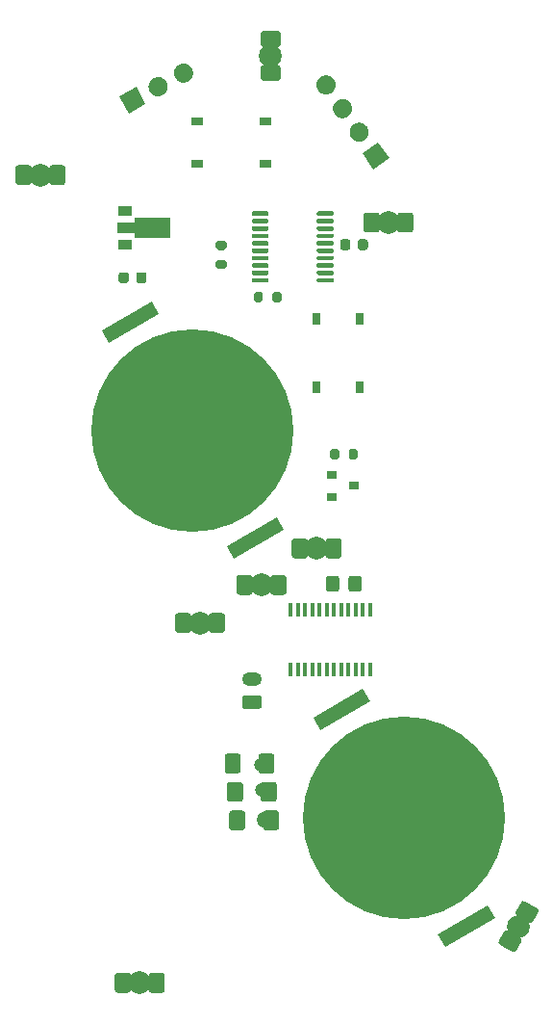
<source format=gbr>
G04 #@! TF.GenerationSoftware,KiCad,Pcbnew,5.1.7*
G04 #@! TF.CreationDate,2020-12-05T21:44:05-08:00*
G04 #@! TF.ProjectId,xmascard2020,786d6173-6361-4726-9432-3032302e6b69,rev?*
G04 #@! TF.SameCoordinates,Original*
G04 #@! TF.FileFunction,Soldermask,Bot*
G04 #@! TF.FilePolarity,Negative*
%FSLAX46Y46*%
G04 Gerber Fmt 4.6, Leading zero omitted, Abs format (unit mm)*
G04 Created by KiCad (PCBNEW 5.1.7) date 2020-12-05 21:44:05*
%MOMM*%
%LPD*%
G01*
G04 APERTURE LIST*
%ADD10C,1.200000*%
%ADD11C,1.500000*%
%ADD12C,2.000000*%
%ADD13C,0.100000*%
%ADD14C,17.800000*%
%ADD15O,1.750000X1.200000*%
%ADD16R,0.900000X0.800000*%
%ADD17R,0.750000X1.000000*%
%ADD18R,1.000000X0.750000*%
%ADD19R,1.300000X0.900000*%
%ADD20R,0.400000X1.200000*%
G04 APERTURE END LIST*
G36*
G01*
X117425000Y-80450000D02*
X117425000Y-80950000D01*
G75*
G02*
X117200000Y-81175000I-225000J0D01*
G01*
X116750000Y-81175000D01*
G75*
G02*
X116525000Y-80950000I0J225000D01*
G01*
X116525000Y-80450000D01*
G75*
G02*
X116750000Y-80225000I225000J0D01*
G01*
X117200000Y-80225000D01*
G75*
G02*
X117425000Y-80450000I0J-225000D01*
G01*
G37*
G36*
G01*
X115875000Y-80450000D02*
X115875000Y-80950000D01*
G75*
G02*
X115650000Y-81175000I-225000J0D01*
G01*
X115200000Y-81175000D01*
G75*
G02*
X114975000Y-80950000I0J225000D01*
G01*
X114975000Y-80450000D01*
G75*
G02*
X115200000Y-80225000I225000J0D01*
G01*
X115650000Y-80225000D01*
G75*
G02*
X115875000Y-80450000I0J-225000D01*
G01*
G37*
D10*
X108003979Y-126439771D03*
X108018184Y-128598709D03*
D11*
X108401681Y-131240554D03*
D12*
X130676080Y-140629509D03*
X97333344Y-145573779D03*
X102638279Y-113941039D03*
X108049830Y-110603211D03*
X112907443Y-107393204D03*
X119228024Y-78758856D03*
X108859436Y-64114997D03*
X88590972Y-74583013D03*
D13*
G36*
X110009705Y-105793215D02*
G01*
X105610295Y-108333215D01*
X104975295Y-107233363D01*
X109374705Y-104693363D01*
X110009705Y-105793215D01*
G37*
G36*
X99024705Y-86766637D02*
G01*
X94625295Y-89306637D01*
X93990295Y-88206785D01*
X98389705Y-85666785D01*
X99024705Y-86766637D01*
G37*
D14*
X102000000Y-97000000D03*
X120600000Y-131100000D03*
D13*
G36*
X123575295Y-141333363D02*
G01*
X127974705Y-138793363D01*
X128609705Y-139893215D01*
X124210295Y-142433215D01*
X123575295Y-141333363D01*
G37*
G36*
X112590295Y-122306785D02*
G01*
X116989705Y-119766785D01*
X117624705Y-120866637D01*
X113225295Y-123406637D01*
X112590295Y-122306785D01*
G37*
G36*
G01*
X97025000Y-83850000D02*
X97025000Y-83350000D01*
G75*
G02*
X97250000Y-83125000I225000J0D01*
G01*
X97700000Y-83125000D01*
G75*
G02*
X97925000Y-83350000I0J-225000D01*
G01*
X97925000Y-83850000D01*
G75*
G02*
X97700000Y-84075000I-225000J0D01*
G01*
X97250000Y-84075000D01*
G75*
G02*
X97025000Y-83850000I0J225000D01*
G01*
G37*
G36*
G01*
X95475000Y-83850000D02*
X95475000Y-83350000D01*
G75*
G02*
X95700000Y-83125000I225000J0D01*
G01*
X96150000Y-83125000D01*
G75*
G02*
X96375000Y-83350000I0J-225000D01*
G01*
X96375000Y-83850000D01*
G75*
G02*
X96150000Y-84075000I-225000J0D01*
G01*
X95700000Y-84075000D01*
G75*
G02*
X95475000Y-83850000I0J225000D01*
G01*
G37*
G36*
G01*
X107825001Y-121500000D02*
X106574999Y-121500000D01*
G75*
G02*
X106325000Y-121250001I0J249999D01*
G01*
X106325000Y-120549999D01*
G75*
G02*
X106574999Y-120300000I249999J0D01*
G01*
X107825001Y-120300000D01*
G75*
G02*
X108075000Y-120549999I0J-249999D01*
G01*
X108075000Y-121250001D01*
G75*
G02*
X107825001Y-121500000I-249999J0D01*
G01*
G37*
D15*
X107200000Y-118900000D03*
D13*
G36*
X95550444Y-67648545D02*
G01*
X97051455Y-66850444D01*
X97849556Y-68351455D01*
X96348545Y-69149556D01*
X95550444Y-67648545D01*
G37*
G36*
G01*
X98543636Y-66057037D02*
X98543636Y-66057037D01*
G75*
G02*
X99693192Y-66408491I399051J-750505D01*
G01*
X99693192Y-66408491D01*
G75*
G02*
X99341738Y-67558047I-750505J-399051D01*
G01*
X99341738Y-67558047D01*
G75*
G02*
X98192182Y-67206593I-399051J750505D01*
G01*
X98192182Y-67206593D01*
G75*
G02*
X98543636Y-66057037I750505J399051D01*
G01*
G37*
G36*
G01*
X100786323Y-64864579D02*
X100786323Y-64864579D01*
G75*
G02*
X101935879Y-65216033I399051J-750505D01*
G01*
X101935879Y-65216033D01*
G75*
G02*
X101584425Y-66365589I-750505J-399051D01*
G01*
X101584425Y-66365589D01*
G75*
G02*
X100434869Y-66014135I-399051J750505D01*
G01*
X100434869Y-66014135D01*
G75*
G02*
X100786323Y-64864579I750505J399051D01*
G01*
G37*
G36*
X117891261Y-74083819D02*
G01*
X116916181Y-72691261D01*
X118308739Y-71716181D01*
X119283819Y-73108739D01*
X117891261Y-74083819D01*
G37*
G36*
G01*
X115946837Y-71306894D02*
X115946837Y-71306894D01*
G75*
G02*
X116155576Y-70123075I696279J487540D01*
G01*
X116155576Y-70123075D01*
G75*
G02*
X117339395Y-70331814I487540J-696279D01*
G01*
X117339395Y-70331814D01*
G75*
G02*
X117130656Y-71515633I-696279J-487540D01*
G01*
X117130656Y-71515633D01*
G75*
G02*
X115946837Y-71306894I-487540J696279D01*
G01*
G37*
G36*
G01*
X114489953Y-69226248D02*
X114489953Y-69226248D01*
G75*
G02*
X114698692Y-68042429I696279J487540D01*
G01*
X114698692Y-68042429D01*
G75*
G02*
X115882511Y-68251168I487540J-696279D01*
G01*
X115882511Y-68251168D01*
G75*
G02*
X115673772Y-69434987I-696279J-487540D01*
G01*
X115673772Y-69434987D01*
G75*
G02*
X114489953Y-69226248I-487540J696279D01*
G01*
G37*
G36*
G01*
X113033069Y-67145601D02*
X113033069Y-67145601D01*
G75*
G02*
X113241808Y-65961782I696279J487540D01*
G01*
X113241808Y-65961782D01*
G75*
G02*
X114425627Y-66170521I487540J-696279D01*
G01*
X114425627Y-66170521D01*
G75*
G02*
X114216888Y-67354340I-696279J-487540D01*
G01*
X114216888Y-67354340D01*
G75*
G02*
X113033069Y-67145601I-487540J696279D01*
G01*
G37*
D16*
X114200000Y-102850000D03*
X114200000Y-100950000D03*
X116200000Y-101900000D03*
G36*
G01*
X104225000Y-80375000D02*
X104775000Y-80375000D01*
G75*
G02*
X104975000Y-80575000I0J-200000D01*
G01*
X104975000Y-80975000D01*
G75*
G02*
X104775000Y-81175000I-200000J0D01*
G01*
X104225000Y-81175000D01*
G75*
G02*
X104025000Y-80975000I0J200000D01*
G01*
X104025000Y-80575000D01*
G75*
G02*
X104225000Y-80375000I200000J0D01*
G01*
G37*
G36*
G01*
X104225000Y-82025000D02*
X104775000Y-82025000D01*
G75*
G02*
X104975000Y-82225000I0J-200000D01*
G01*
X104975000Y-82625000D01*
G75*
G02*
X104775000Y-82825000I-200000J0D01*
G01*
X104225000Y-82825000D01*
G75*
G02*
X104025000Y-82625000I0J200000D01*
G01*
X104025000Y-82225000D01*
G75*
G02*
X104225000Y-82025000I200000J0D01*
G01*
G37*
G36*
G01*
X107375000Y-85575000D02*
X107375000Y-85025000D01*
G75*
G02*
X107575000Y-84825000I200000J0D01*
G01*
X107975000Y-84825000D01*
G75*
G02*
X108175000Y-85025000I0J-200000D01*
G01*
X108175000Y-85575000D01*
G75*
G02*
X107975000Y-85775000I-200000J0D01*
G01*
X107575000Y-85775000D01*
G75*
G02*
X107375000Y-85575000I0J200000D01*
G01*
G37*
G36*
G01*
X109025000Y-85575000D02*
X109025000Y-85025000D01*
G75*
G02*
X109225000Y-84825000I200000J0D01*
G01*
X109625000Y-84825000D01*
G75*
G02*
X109825000Y-85025000I0J-200000D01*
G01*
X109825000Y-85575000D01*
G75*
G02*
X109625000Y-85775000I-200000J0D01*
G01*
X109225000Y-85775000D01*
G75*
G02*
X109025000Y-85575000I0J200000D01*
G01*
G37*
G36*
G01*
X115725000Y-99375000D02*
X115725000Y-98825000D01*
G75*
G02*
X115925000Y-98625000I200000J0D01*
G01*
X116325000Y-98625000D01*
G75*
G02*
X116525000Y-98825000I0J-200000D01*
G01*
X116525000Y-99375000D01*
G75*
G02*
X116325000Y-99575000I-200000J0D01*
G01*
X115925000Y-99575000D01*
G75*
G02*
X115725000Y-99375000I0J200000D01*
G01*
G37*
G36*
G01*
X114075000Y-99375000D02*
X114075000Y-98825000D01*
G75*
G02*
X114275000Y-98625000I200000J0D01*
G01*
X114675000Y-98625000D01*
G75*
G02*
X114875000Y-98825000I0J-200000D01*
G01*
X114875000Y-99375000D01*
G75*
G02*
X114675000Y-99575000I-200000J0D01*
G01*
X114275000Y-99575000D01*
G75*
G02*
X114075000Y-99375000I0J200000D01*
G01*
G37*
G36*
G01*
X116900000Y-110049999D02*
X116900000Y-110950001D01*
G75*
G02*
X116650001Y-111200000I-249999J0D01*
G01*
X115949999Y-111200000D01*
G75*
G02*
X115700000Y-110950001I0J249999D01*
G01*
X115700000Y-110049999D01*
G75*
G02*
X115949999Y-109800000I249999J0D01*
G01*
X116650001Y-109800000D01*
G75*
G02*
X116900000Y-110049999I0J-249999D01*
G01*
G37*
G36*
G01*
X114900000Y-110049999D02*
X114900000Y-110950001D01*
G75*
G02*
X114650001Y-111200000I-249999J0D01*
G01*
X113949999Y-111200000D01*
G75*
G02*
X113700000Y-110950001I0J249999D01*
G01*
X113700000Y-110049999D01*
G75*
G02*
X113949999Y-109800000I249999J0D01*
G01*
X114650001Y-109800000D01*
G75*
G02*
X114900000Y-110049999I0J-249999D01*
G01*
G37*
D17*
X116675000Y-93200000D03*
X116675000Y-87200000D03*
X112925000Y-87200000D03*
X112925000Y-93200000D03*
D18*
X102400000Y-69825000D03*
X108400000Y-69825000D03*
X108400000Y-73575000D03*
X102400000Y-73575000D03*
D19*
X96050000Y-80700000D03*
X96050000Y-77700000D03*
D13*
G36*
X100000000Y-80066500D02*
G01*
X96875000Y-80066500D01*
X96875000Y-79650000D01*
X95400000Y-79650000D01*
X95400000Y-78750000D01*
X96875000Y-78750000D01*
X96875000Y-78333500D01*
X100000000Y-78333500D01*
X100000000Y-80066500D01*
G37*
G36*
G01*
X107200000Y-83925000D02*
X107200000Y-83725000D01*
G75*
G02*
X107300000Y-83625000I100000J0D01*
G01*
X108575000Y-83625000D01*
G75*
G02*
X108675000Y-83725000I0J-100000D01*
G01*
X108675000Y-83925000D01*
G75*
G02*
X108575000Y-84025000I-100000J0D01*
G01*
X107300000Y-84025000D01*
G75*
G02*
X107200000Y-83925000I0J100000D01*
G01*
G37*
G36*
G01*
X107200000Y-83275000D02*
X107200000Y-83075000D01*
G75*
G02*
X107300000Y-82975000I100000J0D01*
G01*
X108575000Y-82975000D01*
G75*
G02*
X108675000Y-83075000I0J-100000D01*
G01*
X108675000Y-83275000D01*
G75*
G02*
X108575000Y-83375000I-100000J0D01*
G01*
X107300000Y-83375000D01*
G75*
G02*
X107200000Y-83275000I0J100000D01*
G01*
G37*
G36*
G01*
X107200000Y-82625000D02*
X107200000Y-82425000D01*
G75*
G02*
X107300000Y-82325000I100000J0D01*
G01*
X108575000Y-82325000D01*
G75*
G02*
X108675000Y-82425000I0J-100000D01*
G01*
X108675000Y-82625000D01*
G75*
G02*
X108575000Y-82725000I-100000J0D01*
G01*
X107300000Y-82725000D01*
G75*
G02*
X107200000Y-82625000I0J100000D01*
G01*
G37*
G36*
G01*
X107200000Y-81975000D02*
X107200000Y-81775000D01*
G75*
G02*
X107300000Y-81675000I100000J0D01*
G01*
X108575000Y-81675000D01*
G75*
G02*
X108675000Y-81775000I0J-100000D01*
G01*
X108675000Y-81975000D01*
G75*
G02*
X108575000Y-82075000I-100000J0D01*
G01*
X107300000Y-82075000D01*
G75*
G02*
X107200000Y-81975000I0J100000D01*
G01*
G37*
G36*
G01*
X107200000Y-81325000D02*
X107200000Y-81125000D01*
G75*
G02*
X107300000Y-81025000I100000J0D01*
G01*
X108575000Y-81025000D01*
G75*
G02*
X108675000Y-81125000I0J-100000D01*
G01*
X108675000Y-81325000D01*
G75*
G02*
X108575000Y-81425000I-100000J0D01*
G01*
X107300000Y-81425000D01*
G75*
G02*
X107200000Y-81325000I0J100000D01*
G01*
G37*
G36*
G01*
X107200000Y-80675000D02*
X107200000Y-80475000D01*
G75*
G02*
X107300000Y-80375000I100000J0D01*
G01*
X108575000Y-80375000D01*
G75*
G02*
X108675000Y-80475000I0J-100000D01*
G01*
X108675000Y-80675000D01*
G75*
G02*
X108575000Y-80775000I-100000J0D01*
G01*
X107300000Y-80775000D01*
G75*
G02*
X107200000Y-80675000I0J100000D01*
G01*
G37*
G36*
G01*
X107200000Y-80025000D02*
X107200000Y-79825000D01*
G75*
G02*
X107300000Y-79725000I100000J0D01*
G01*
X108575000Y-79725000D01*
G75*
G02*
X108675000Y-79825000I0J-100000D01*
G01*
X108675000Y-80025000D01*
G75*
G02*
X108575000Y-80125000I-100000J0D01*
G01*
X107300000Y-80125000D01*
G75*
G02*
X107200000Y-80025000I0J100000D01*
G01*
G37*
G36*
G01*
X107200000Y-79375000D02*
X107200000Y-79175000D01*
G75*
G02*
X107300000Y-79075000I100000J0D01*
G01*
X108575000Y-79075000D01*
G75*
G02*
X108675000Y-79175000I0J-100000D01*
G01*
X108675000Y-79375000D01*
G75*
G02*
X108575000Y-79475000I-100000J0D01*
G01*
X107300000Y-79475000D01*
G75*
G02*
X107200000Y-79375000I0J100000D01*
G01*
G37*
G36*
G01*
X107200000Y-78725000D02*
X107200000Y-78525000D01*
G75*
G02*
X107300000Y-78425000I100000J0D01*
G01*
X108575000Y-78425000D01*
G75*
G02*
X108675000Y-78525000I0J-100000D01*
G01*
X108675000Y-78725000D01*
G75*
G02*
X108575000Y-78825000I-100000J0D01*
G01*
X107300000Y-78825000D01*
G75*
G02*
X107200000Y-78725000I0J100000D01*
G01*
G37*
G36*
G01*
X107200000Y-78075000D02*
X107200000Y-77875000D01*
G75*
G02*
X107300000Y-77775000I100000J0D01*
G01*
X108575000Y-77775000D01*
G75*
G02*
X108675000Y-77875000I0J-100000D01*
G01*
X108675000Y-78075000D01*
G75*
G02*
X108575000Y-78175000I-100000J0D01*
G01*
X107300000Y-78175000D01*
G75*
G02*
X107200000Y-78075000I0J100000D01*
G01*
G37*
G36*
G01*
X112925000Y-78075000D02*
X112925000Y-77875000D01*
G75*
G02*
X113025000Y-77775000I100000J0D01*
G01*
X114300000Y-77775000D01*
G75*
G02*
X114400000Y-77875000I0J-100000D01*
G01*
X114400000Y-78075000D01*
G75*
G02*
X114300000Y-78175000I-100000J0D01*
G01*
X113025000Y-78175000D01*
G75*
G02*
X112925000Y-78075000I0J100000D01*
G01*
G37*
G36*
G01*
X112925000Y-78725000D02*
X112925000Y-78525000D01*
G75*
G02*
X113025000Y-78425000I100000J0D01*
G01*
X114300000Y-78425000D01*
G75*
G02*
X114400000Y-78525000I0J-100000D01*
G01*
X114400000Y-78725000D01*
G75*
G02*
X114300000Y-78825000I-100000J0D01*
G01*
X113025000Y-78825000D01*
G75*
G02*
X112925000Y-78725000I0J100000D01*
G01*
G37*
G36*
G01*
X112925000Y-79375000D02*
X112925000Y-79175000D01*
G75*
G02*
X113025000Y-79075000I100000J0D01*
G01*
X114300000Y-79075000D01*
G75*
G02*
X114400000Y-79175000I0J-100000D01*
G01*
X114400000Y-79375000D01*
G75*
G02*
X114300000Y-79475000I-100000J0D01*
G01*
X113025000Y-79475000D01*
G75*
G02*
X112925000Y-79375000I0J100000D01*
G01*
G37*
G36*
G01*
X112925000Y-80025000D02*
X112925000Y-79825000D01*
G75*
G02*
X113025000Y-79725000I100000J0D01*
G01*
X114300000Y-79725000D01*
G75*
G02*
X114400000Y-79825000I0J-100000D01*
G01*
X114400000Y-80025000D01*
G75*
G02*
X114300000Y-80125000I-100000J0D01*
G01*
X113025000Y-80125000D01*
G75*
G02*
X112925000Y-80025000I0J100000D01*
G01*
G37*
G36*
G01*
X112925000Y-80675000D02*
X112925000Y-80475000D01*
G75*
G02*
X113025000Y-80375000I100000J0D01*
G01*
X114300000Y-80375000D01*
G75*
G02*
X114400000Y-80475000I0J-100000D01*
G01*
X114400000Y-80675000D01*
G75*
G02*
X114300000Y-80775000I-100000J0D01*
G01*
X113025000Y-80775000D01*
G75*
G02*
X112925000Y-80675000I0J100000D01*
G01*
G37*
G36*
G01*
X112925000Y-81325000D02*
X112925000Y-81125000D01*
G75*
G02*
X113025000Y-81025000I100000J0D01*
G01*
X114300000Y-81025000D01*
G75*
G02*
X114400000Y-81125000I0J-100000D01*
G01*
X114400000Y-81325000D01*
G75*
G02*
X114300000Y-81425000I-100000J0D01*
G01*
X113025000Y-81425000D01*
G75*
G02*
X112925000Y-81325000I0J100000D01*
G01*
G37*
G36*
G01*
X112925000Y-81975000D02*
X112925000Y-81775000D01*
G75*
G02*
X113025000Y-81675000I100000J0D01*
G01*
X114300000Y-81675000D01*
G75*
G02*
X114400000Y-81775000I0J-100000D01*
G01*
X114400000Y-81975000D01*
G75*
G02*
X114300000Y-82075000I-100000J0D01*
G01*
X113025000Y-82075000D01*
G75*
G02*
X112925000Y-81975000I0J100000D01*
G01*
G37*
G36*
G01*
X112925000Y-82625000D02*
X112925000Y-82425000D01*
G75*
G02*
X113025000Y-82325000I100000J0D01*
G01*
X114300000Y-82325000D01*
G75*
G02*
X114400000Y-82425000I0J-100000D01*
G01*
X114400000Y-82625000D01*
G75*
G02*
X114300000Y-82725000I-100000J0D01*
G01*
X113025000Y-82725000D01*
G75*
G02*
X112925000Y-82625000I0J100000D01*
G01*
G37*
G36*
G01*
X112925000Y-83275000D02*
X112925000Y-83075000D01*
G75*
G02*
X113025000Y-82975000I100000J0D01*
G01*
X114300000Y-82975000D01*
G75*
G02*
X114400000Y-83075000I0J-100000D01*
G01*
X114400000Y-83275000D01*
G75*
G02*
X114300000Y-83375000I-100000J0D01*
G01*
X113025000Y-83375000D01*
G75*
G02*
X112925000Y-83275000I0J100000D01*
G01*
G37*
G36*
G01*
X112925000Y-83925000D02*
X112925000Y-83725000D01*
G75*
G02*
X113025000Y-83625000I100000J0D01*
G01*
X114300000Y-83625000D01*
G75*
G02*
X114400000Y-83725000I0J-100000D01*
G01*
X114400000Y-83925000D01*
G75*
G02*
X114300000Y-84025000I-100000J0D01*
G01*
X113025000Y-84025000D01*
G75*
G02*
X112925000Y-83925000I0J100000D01*
G01*
G37*
D20*
X117592500Y-118000000D03*
X116957500Y-118000000D03*
X116322500Y-118000000D03*
X115687500Y-118000000D03*
X115052500Y-118000000D03*
X114417500Y-118000000D03*
X113782500Y-118000000D03*
X113147500Y-118000000D03*
X112512500Y-118000000D03*
X111877500Y-118000000D03*
X111242500Y-118000000D03*
X110607500Y-118000000D03*
X110607500Y-112800000D03*
X111242500Y-112800000D03*
X111877500Y-112800000D03*
X112512500Y-112800000D03*
X113147500Y-112800000D03*
X113782500Y-112800000D03*
X114417500Y-112800000D03*
X115052500Y-112800000D03*
X115687500Y-112800000D03*
X116322500Y-112800000D03*
X116957500Y-112800000D03*
X117592500Y-112800000D03*
G36*
G01*
X121428024Y-78134000D02*
X121428024Y-79384000D01*
G75*
G02*
X121178024Y-79634000I-250000J0D01*
G01*
X120253024Y-79634000D01*
G75*
G02*
X120003024Y-79384000I0J250000D01*
G01*
X120003024Y-78134000D01*
G75*
G02*
X120253024Y-77884000I250000J0D01*
G01*
X121178024Y-77884000D01*
G75*
G02*
X121428024Y-78134000I0J-250000D01*
G01*
G37*
G36*
G01*
X118453024Y-78134000D02*
X118453024Y-79384000D01*
G75*
G02*
X118203024Y-79634000I-250000J0D01*
G01*
X117278024Y-79634000D01*
G75*
G02*
X117028024Y-79384000I0J250000D01*
G01*
X117028024Y-78134000D01*
G75*
G02*
X117278024Y-77884000I250000J0D01*
G01*
X118203024Y-77884000D01*
G75*
G02*
X118453024Y-78134000I0J-250000D01*
G01*
G37*
G36*
G01*
X108234436Y-64890000D02*
X109484436Y-64890000D01*
G75*
G02*
X109734436Y-65140000I0J-250000D01*
G01*
X109734436Y-66065000D01*
G75*
G02*
X109484436Y-66315000I-250000J0D01*
G01*
X108234436Y-66315000D01*
G75*
G02*
X107984436Y-66065000I0J250000D01*
G01*
X107984436Y-65140000D01*
G75*
G02*
X108234436Y-64890000I250000J0D01*
G01*
G37*
G36*
G01*
X108234436Y-61915000D02*
X109484436Y-61915000D01*
G75*
G02*
X109734436Y-62165000I0J-250000D01*
G01*
X109734436Y-63090000D01*
G75*
G02*
X109484436Y-63340000I-250000J0D01*
G01*
X108234436Y-63340000D01*
G75*
G02*
X107984436Y-63090000I0J250000D01*
G01*
X107984436Y-62165000D01*
G75*
G02*
X108234436Y-61915000I250000J0D01*
G01*
G37*
G36*
G01*
X90790972Y-73958000D02*
X90790972Y-75208000D01*
G75*
G02*
X90540972Y-75458000I-250000J0D01*
G01*
X89615972Y-75458000D01*
G75*
G02*
X89365972Y-75208000I0J250000D01*
G01*
X89365972Y-73958000D01*
G75*
G02*
X89615972Y-73708000I250000J0D01*
G01*
X90540972Y-73708000D01*
G75*
G02*
X90790972Y-73958000I0J-250000D01*
G01*
G37*
G36*
G01*
X87815972Y-73958000D02*
X87815972Y-75208000D01*
G75*
G02*
X87565972Y-75458000I-250000J0D01*
G01*
X86640972Y-75458000D01*
G75*
G02*
X86390972Y-75208000I0J250000D01*
G01*
X86390972Y-73958000D01*
G75*
G02*
X86640972Y-73708000I250000J0D01*
G01*
X87565972Y-73708000D01*
G75*
G02*
X87815972Y-73958000I0J-250000D01*
G01*
G37*
G36*
G01*
X131234814Y-138411244D02*
X132317346Y-139036244D01*
G75*
G02*
X132408852Y-139377750I-125000J-216506D01*
G01*
X131946352Y-140178824D01*
G75*
G02*
X131604846Y-140270330I-216506J125000D01*
G01*
X130522314Y-139645330D01*
G75*
G02*
X130430808Y-139303824I125000J216506D01*
G01*
X130893308Y-138502750D01*
G75*
G02*
X131234814Y-138411244I216506J-125000D01*
G01*
G37*
G36*
G01*
X129747314Y-140987670D02*
X130829846Y-141612670D01*
G75*
G02*
X130921352Y-141954176I-125000J-216506D01*
G01*
X130458852Y-142755250D01*
G75*
G02*
X130117346Y-142846756I-216506J125000D01*
G01*
X129034814Y-142221756D01*
G75*
G02*
X128943308Y-141880250I125000J216506D01*
G01*
X129405808Y-141079176D01*
G75*
G02*
X129747314Y-140987670I216506J-125000D01*
G01*
G37*
G36*
G01*
X106625000Y-130675000D02*
X106625000Y-131925000D01*
G75*
G02*
X106375000Y-132175000I-250000J0D01*
G01*
X105450000Y-132175000D01*
G75*
G02*
X105200000Y-131925000I0J250000D01*
G01*
X105200000Y-130675000D01*
G75*
G02*
X105450000Y-130425000I250000J0D01*
G01*
X106375000Y-130425000D01*
G75*
G02*
X106625000Y-130675000I0J-250000D01*
G01*
G37*
G36*
G01*
X109600000Y-130675000D02*
X109600000Y-131925000D01*
G75*
G02*
X109350000Y-132175000I-250000J0D01*
G01*
X108425000Y-132175000D01*
G75*
G02*
X108175000Y-131925000I0J250000D01*
G01*
X108175000Y-130675000D01*
G75*
G02*
X108425000Y-130425000I250000J0D01*
G01*
X109350000Y-130425000D01*
G75*
G02*
X109600000Y-130675000I0J-250000D01*
G01*
G37*
G36*
G01*
X109400000Y-128175000D02*
X109400000Y-129425000D01*
G75*
G02*
X109150000Y-129675000I-250000J0D01*
G01*
X108225000Y-129675000D01*
G75*
G02*
X107975000Y-129425000I0J250000D01*
G01*
X107975000Y-128175000D01*
G75*
G02*
X108225000Y-127925000I250000J0D01*
G01*
X109150000Y-127925000D01*
G75*
G02*
X109400000Y-128175000I0J-250000D01*
G01*
G37*
G36*
G01*
X106425000Y-128175000D02*
X106425000Y-129425000D01*
G75*
G02*
X106175000Y-129675000I-250000J0D01*
G01*
X105250000Y-129675000D01*
G75*
G02*
X105000000Y-129425000I0J250000D01*
G01*
X105000000Y-128175000D01*
G75*
G02*
X105250000Y-127925000I250000J0D01*
G01*
X106175000Y-127925000D01*
G75*
G02*
X106425000Y-128175000I0J-250000D01*
G01*
G37*
G36*
G01*
X106225000Y-125675000D02*
X106225000Y-126925000D01*
G75*
G02*
X105975000Y-127175000I-250000J0D01*
G01*
X105050000Y-127175000D01*
G75*
G02*
X104800000Y-126925000I0J250000D01*
G01*
X104800000Y-125675000D01*
G75*
G02*
X105050000Y-125425000I250000J0D01*
G01*
X105975000Y-125425000D01*
G75*
G02*
X106225000Y-125675000I0J-250000D01*
G01*
G37*
G36*
G01*
X109200000Y-125675000D02*
X109200000Y-126925000D01*
G75*
G02*
X108950000Y-127175000I-250000J0D01*
G01*
X108025000Y-127175000D01*
G75*
G02*
X107775000Y-126925000I0J250000D01*
G01*
X107775000Y-125675000D01*
G75*
G02*
X108025000Y-125425000I250000J0D01*
G01*
X108950000Y-125425000D01*
G75*
G02*
X109200000Y-125675000I0J-250000D01*
G01*
G37*
G36*
G01*
X99533344Y-144948000D02*
X99533344Y-146198000D01*
G75*
G02*
X99283344Y-146448000I-250000J0D01*
G01*
X98358344Y-146448000D01*
G75*
G02*
X98108344Y-146198000I0J250000D01*
G01*
X98108344Y-144948000D01*
G75*
G02*
X98358344Y-144698000I250000J0D01*
G01*
X99283344Y-144698000D01*
G75*
G02*
X99533344Y-144948000I0J-250000D01*
G01*
G37*
G36*
G01*
X96558344Y-144948000D02*
X96558344Y-146198000D01*
G75*
G02*
X96308344Y-146448000I-250000J0D01*
G01*
X95383344Y-146448000D01*
G75*
G02*
X95133344Y-146198000I0J250000D01*
G01*
X95133344Y-144948000D01*
G75*
G02*
X95383344Y-144698000I250000J0D01*
G01*
X96308344Y-144698000D01*
G75*
G02*
X96558344Y-144948000I0J-250000D01*
G01*
G37*
G36*
G01*
X101863279Y-113316000D02*
X101863279Y-114566000D01*
G75*
G02*
X101613279Y-114816000I-250000J0D01*
G01*
X100688279Y-114816000D01*
G75*
G02*
X100438279Y-114566000I0J250000D01*
G01*
X100438279Y-113316000D01*
G75*
G02*
X100688279Y-113066000I250000J0D01*
G01*
X101613279Y-113066000D01*
G75*
G02*
X101863279Y-113316000I0J-250000D01*
G01*
G37*
G36*
G01*
X104838279Y-113316000D02*
X104838279Y-114566000D01*
G75*
G02*
X104588279Y-114816000I-250000J0D01*
G01*
X103663279Y-114816000D01*
G75*
G02*
X103413279Y-114566000I0J250000D01*
G01*
X103413279Y-113316000D01*
G75*
G02*
X103663279Y-113066000I250000J0D01*
G01*
X104588279Y-113066000D01*
G75*
G02*
X104838279Y-113316000I0J-250000D01*
G01*
G37*
G36*
G01*
X110249830Y-109978000D02*
X110249830Y-111228000D01*
G75*
G02*
X109999830Y-111478000I-250000J0D01*
G01*
X109074830Y-111478000D01*
G75*
G02*
X108824830Y-111228000I0J250000D01*
G01*
X108824830Y-109978000D01*
G75*
G02*
X109074830Y-109728000I250000J0D01*
G01*
X109999830Y-109728000D01*
G75*
G02*
X110249830Y-109978000I0J-250000D01*
G01*
G37*
G36*
G01*
X107274830Y-109978000D02*
X107274830Y-111228000D01*
G75*
G02*
X107024830Y-111478000I-250000J0D01*
G01*
X106099830Y-111478000D01*
G75*
G02*
X105849830Y-111228000I0J250000D01*
G01*
X105849830Y-109978000D01*
G75*
G02*
X106099830Y-109728000I250000J0D01*
G01*
X107024830Y-109728000D01*
G75*
G02*
X107274830Y-109978000I0J-250000D01*
G01*
G37*
G36*
G01*
X112132443Y-106768000D02*
X112132443Y-108018000D01*
G75*
G02*
X111882443Y-108268000I-250000J0D01*
G01*
X110957443Y-108268000D01*
G75*
G02*
X110707443Y-108018000I0J250000D01*
G01*
X110707443Y-106768000D01*
G75*
G02*
X110957443Y-106518000I250000J0D01*
G01*
X111882443Y-106518000D01*
G75*
G02*
X112132443Y-106768000I0J-250000D01*
G01*
G37*
G36*
G01*
X115107443Y-106768000D02*
X115107443Y-108018000D01*
G75*
G02*
X114857443Y-108268000I-250000J0D01*
G01*
X113932443Y-108268000D01*
G75*
G02*
X113682443Y-108018000I0J250000D01*
G01*
X113682443Y-106768000D01*
G75*
G02*
X113932443Y-106518000I250000J0D01*
G01*
X114857443Y-106518000D01*
G75*
G02*
X115107443Y-106768000I0J-250000D01*
G01*
G37*
M02*

</source>
